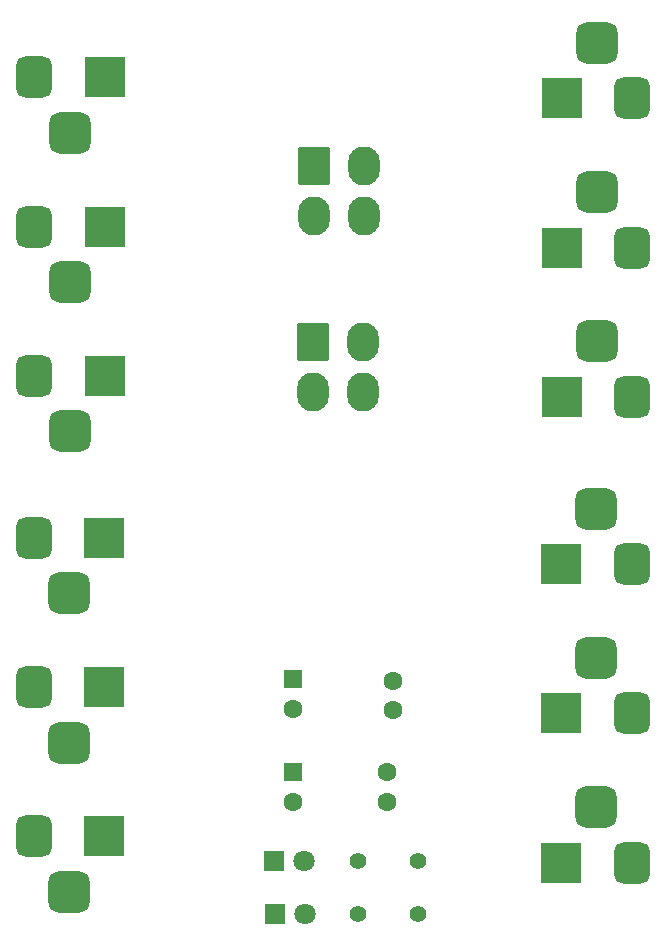
<source format=gbr>
%TF.GenerationSoftware,KiCad,Pcbnew,9.0.4*%
%TF.CreationDate,2026-02-08T18:12:17+10:00*%
%TF.ProjectId,OZ-HORNET-POWER-DIST,4f5a2d48-4f52-44e4-9554-2d504f574552,rev?*%
%TF.SameCoordinates,Original*%
%TF.FileFunction,Soldermask,Top*%
%TF.FilePolarity,Negative*%
%FSLAX46Y46*%
G04 Gerber Fmt 4.6, Leading zero omitted, Abs format (unit mm)*
G04 Created by KiCad (PCBNEW 9.0.4) date 2026-02-08 18:12:17*
%MOMM*%
%LPD*%
G01*
G04 APERTURE LIST*
G04 Aperture macros list*
%AMRoundRect*
0 Rectangle with rounded corners*
0 $1 Rounding radius*
0 $2 $3 $4 $5 $6 $7 $8 $9 X,Y pos of 4 corners*
0 Add a 4 corners polygon primitive as box body*
4,1,4,$2,$3,$4,$5,$6,$7,$8,$9,$2,$3,0*
0 Add four circle primitives for the rounded corners*
1,1,$1+$1,$2,$3*
1,1,$1+$1,$4,$5*
1,1,$1+$1,$6,$7*
1,1,$1+$1,$8,$9*
0 Add four rect primitives between the rounded corners*
20,1,$1+$1,$2,$3,$4,$5,0*
20,1,$1+$1,$4,$5,$6,$7,0*
20,1,$1+$1,$6,$7,$8,$9,0*
20,1,$1+$1,$8,$9,$2,$3,0*%
G04 Aperture macros list end*
%ADD10RoundRect,0.250001X-1.099999X-1.399999X1.099999X-1.399999X1.099999X1.399999X-1.099999X1.399999X0*%
%ADD11O,2.700000X3.300000*%
%ADD12C,1.600000*%
%ADD13R,3.500000X3.500000*%
%ADD14RoundRect,0.750000X-0.750000X-1.000000X0.750000X-1.000000X0.750000X1.000000X-0.750000X1.000000X0*%
%ADD15RoundRect,0.875000X-0.875000X-0.875000X0.875000X-0.875000X0.875000X0.875000X-0.875000X0.875000X0*%
%ADD16RoundRect,0.750000X0.750000X1.000000X-0.750000X1.000000X-0.750000X-1.000000X0.750000X-1.000000X0*%
%ADD17RoundRect,0.875000X0.875000X0.875000X-0.875000X0.875000X-0.875000X-0.875000X0.875000X-0.875000X0*%
%ADD18RoundRect,0.250000X-0.550000X0.550000X-0.550000X-0.550000X0.550000X-0.550000X0.550000X0.550000X0*%
%ADD19C,1.400000*%
%ADD20R,1.800000X1.800000*%
%ADD21C,1.800000*%
G04 APERTURE END LIST*
D10*
%TO.C,J10*%
X88832000Y-50690000D03*
D11*
X93032000Y-50690000D03*
X88832000Y-54890000D03*
X93032000Y-54890000D03*
%TD*%
D10*
%TO.C,J1*%
X88764000Y-65624000D03*
D11*
X92964000Y-65624000D03*
X88764000Y-69824000D03*
X92964000Y-69824000D03*
%TD*%
D12*
%TO.C,C4*%
X95000000Y-102000000D03*
X95000000Y-104500000D03*
%TD*%
D13*
%TO.C,J11*%
X71120000Y-55815000D03*
D14*
X65120000Y-55815000D03*
D15*
X68120000Y-60515000D03*
%TD*%
D13*
%TO.C,J3*%
X109776000Y-57597000D03*
D16*
X115776000Y-57597000D03*
D17*
X112776000Y-52897000D03*
%TD*%
D13*
%TO.C,J4*%
X109776000Y-44962000D03*
D16*
X115776000Y-44962000D03*
D17*
X112776000Y-40262000D03*
%TD*%
D18*
%TO.C,C1*%
X87000000Y-94150000D03*
D12*
X87000000Y-96650000D03*
%TD*%
D13*
%TO.C,J2*%
X109776000Y-70232000D03*
D16*
X115776000Y-70232000D03*
D17*
X112776000Y-65532000D03*
%TD*%
D19*
%TO.C,R2*%
X92500000Y-114000000D03*
X97580000Y-114000000D03*
%TD*%
D18*
%TO.C,C3*%
X87000000Y-102000000D03*
D12*
X87000000Y-104500000D03*
%TD*%
D13*
%TO.C,J8*%
X71072000Y-107438000D03*
D14*
X65072000Y-107438000D03*
D15*
X68072000Y-112138000D03*
%TD*%
D13*
%TO.C,J13*%
X109728000Y-84393000D03*
D16*
X115728000Y-84393000D03*
D17*
X112728000Y-79693000D03*
%TD*%
D13*
%TO.C,J6*%
X71072000Y-82168000D03*
D14*
X65072000Y-82168000D03*
D15*
X68072000Y-86868000D03*
%TD*%
D19*
%TO.C,R1*%
X92500000Y-109500000D03*
X97580000Y-109500000D03*
%TD*%
D13*
%TO.C,J9*%
X109728000Y-109663000D03*
D16*
X115728000Y-109663000D03*
D17*
X112728000Y-104963000D03*
%TD*%
D12*
%TO.C,C2*%
X95500000Y-94250000D03*
X95500000Y-96750000D03*
%TD*%
D13*
%TO.C,J7*%
X71072000Y-94803000D03*
D14*
X65072000Y-94803000D03*
D15*
X68072000Y-99503000D03*
%TD*%
D13*
%TO.C,J12*%
X109728000Y-97028000D03*
D16*
X115728000Y-97028000D03*
D17*
X112728000Y-92328000D03*
%TD*%
D13*
%TO.C,J5*%
X71120000Y-43180000D03*
D14*
X65120000Y-43180000D03*
D15*
X68120000Y-47880000D03*
%TD*%
D20*
%TO.C,D1*%
X85460000Y-109500000D03*
D21*
X88000000Y-109500000D03*
%TD*%
D20*
%TO.C,D2*%
X85500000Y-114000000D03*
D21*
X88040000Y-114000000D03*
%TD*%
D13*
%TO.C,J14*%
X71120000Y-68450000D03*
D14*
X65120000Y-68450000D03*
D15*
X68120000Y-73150000D03*
%TD*%
M02*

</source>
